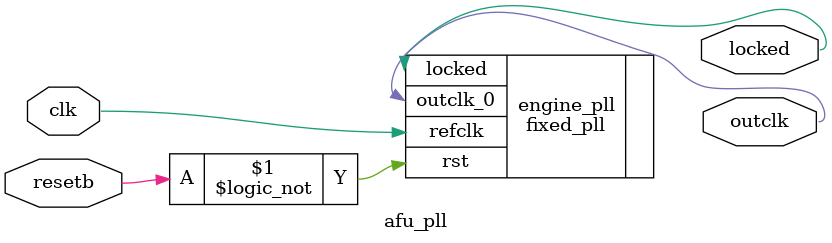
<source format=sv>

module afu_pll
  (
   input logic clk,
   input logic resetb,
   output logic outclk,
   output logic locked
   );


`ifdef SIMULATION
   // simple clock for simulation, with different frequency
   
   assign locked = resetb;
   
   initial begin
      outclk = 0;
      forever begin
         outclk = #3 ~outclk;
      end
   end

`else
   fixed_pll engine_pll
     (
      .refclk(clk),
      .rst(!resetb),
      .outclk_0(outclk),
      .locked(locked)
      );
`endif

endmodule // afu_pll

</source>
